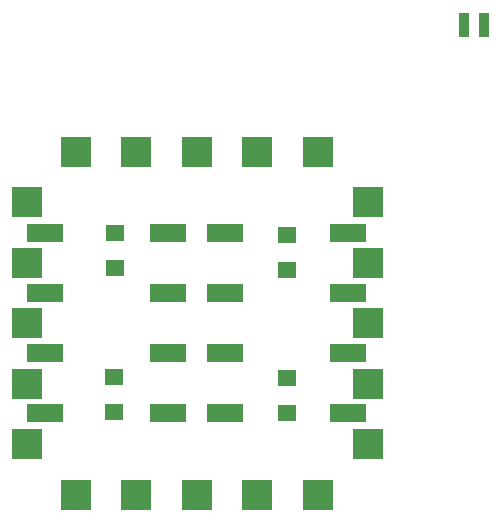
<source format=gtp>
G04 Layer_Color=8421504*
%FSLAX44Y44*%
%MOMM*%
G71*
G01*
G75*
%ADD10R,1.6000X1.4000*%
%ADD11R,2.5400X2.5400*%
%ADD12R,3.0480X1.5240*%
%ADD25R,2.4384X2.4384*%
%ADD26R,2.8956X1.3716*%
%ADD27R,0.9652X2.0574*%
%ADD28R,0.9652X2.0828*%
D10*
X-272961Y481382D02*
D03*
Y451382D02*
D03*
X-419650Y361279D02*
D03*
Y331279D02*
D03*
X-272961Y360028D02*
D03*
Y330028D02*
D03*
X-418869Y482790D02*
D03*
Y452790D02*
D03*
D11*
X-349250Y551434D02*
D03*
X-297942Y261366D02*
D03*
X-493014Y509016D02*
D03*
Y457708D02*
D03*
Y406400D02*
D03*
Y355092D02*
D03*
Y303784D02*
D03*
X-451866Y261366D02*
D03*
X-400558D02*
D03*
X-349250D02*
D03*
X-246634D02*
D03*
X-204216Y303784D02*
D03*
Y355092D02*
D03*
Y406400D02*
D03*
Y509016D02*
D03*
X-246634Y551434D02*
D03*
X-204216Y457708D02*
D03*
X-297942Y551434D02*
D03*
X-400558D02*
D03*
X-451866D02*
D03*
D12*
X-325120Y482600D02*
D03*
X-220980Y330200D02*
D03*
Y482600D02*
D03*
Y431800D02*
D03*
Y381000D02*
D03*
X-325120Y431800D02*
D03*
Y381000D02*
D03*
Y330200D02*
D03*
X-477520D02*
D03*
Y381000D02*
D03*
Y431800D02*
D03*
X-373380Y381000D02*
D03*
Y431800D02*
D03*
Y482600D02*
D03*
Y330200D02*
D03*
X-477520Y482600D02*
D03*
D25*
X-297941Y551434D02*
D03*
X-246633D02*
D03*
X-204215Y509016D02*
D03*
X-204469Y457454D02*
D03*
X-204215Y406400D02*
D03*
Y355092D02*
D03*
Y303784D02*
D03*
X-246633Y261366D02*
D03*
X-297941D02*
D03*
X-349249D02*
D03*
X-400557D02*
D03*
X-451865D02*
D03*
X-493013Y303784D02*
D03*
Y355092D02*
D03*
Y406400D02*
D03*
Y457708D02*
D03*
Y509016D02*
D03*
X-451865Y551434D02*
D03*
X-400557D02*
D03*
X-349249D02*
D03*
D26*
X-220979Y482600D02*
D03*
Y431800D02*
D03*
Y381000D02*
D03*
Y330200D02*
D03*
X-325119Y381000D02*
D03*
Y330200D02*
D03*
Y431800D02*
D03*
Y482600D02*
D03*
X-477519D02*
D03*
Y431800D02*
D03*
Y330200D02*
D03*
Y381000D02*
D03*
X-373379Y330200D02*
D03*
Y381000D02*
D03*
Y431800D02*
D03*
Y482600D02*
D03*
D27*
X-122815Y658997D02*
D03*
D28*
X-105797Y659124D02*
D03*
M02*

</source>
